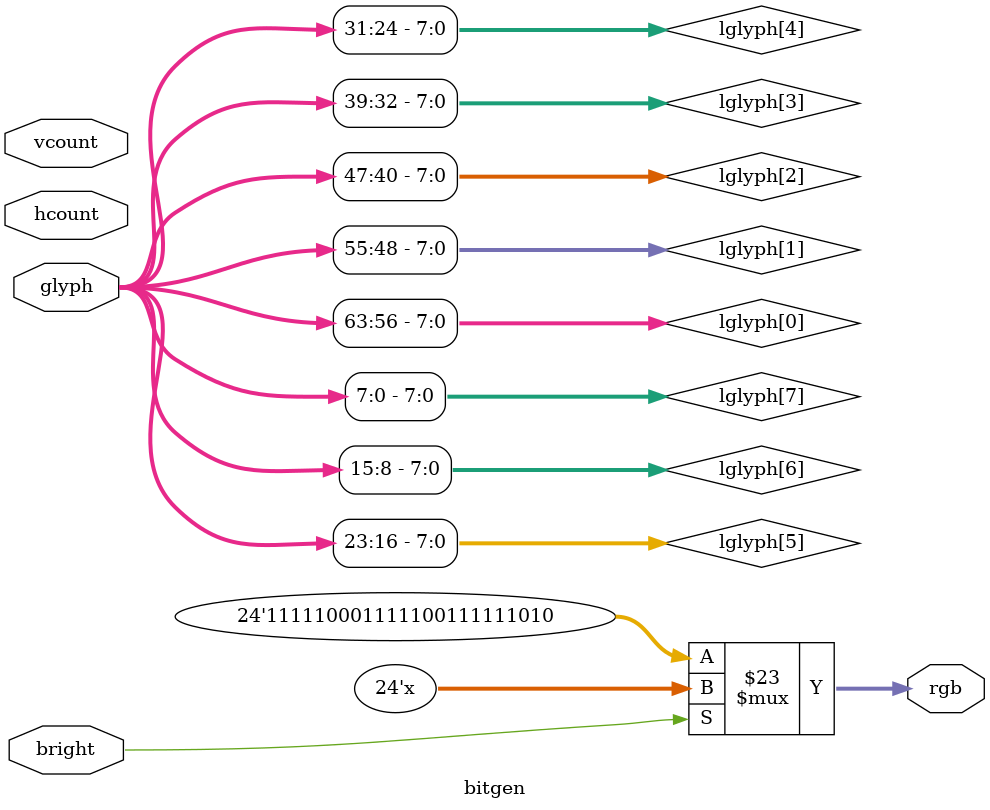
<source format=v>
module bitgen(bright, hcount, vcount, glyph, rgb);
	input  			   bright;
	input  	  [9:0]  hcount, vcount;
	input  	  [63:0] glyph;
	output reg [23:0] rgb;
	
	reg [23:0] rgbout;
	reg [9:0]  xoffset, yoffset;
	
	// split glyph so it's 2D for easy parsing
	wire [7:0] lglyph [7:0];
	assign lglyph[0] = glyph[63:56];
	assign lglyph[1] = glyph[55:48];
	assign lglyph[2] = glyph[47:40];
	assign lglyph[3] = glyph[39:32];
	assign lglyph[4] = glyph[31:24];
	assign lglyph[5] = glyph[23:16];
	assign lglyph[6] = glyph[15:8];
	assign lglyph[7] = glyph[7:0];
	
	// colors
	parameter rgb_bg = 24'hf8f9fa;
	parameter rgb_text = 24'h343a40;
	
	// display area
	parameter x_start = 10'd300;
	parameter y_start = 10'd400;
	parameter x_size  = 10'd16; // exact match to size of glyph projection width
	parameter y_size  = 10'd16; // exact match to size of glyph projection height
	parameter t_size  = 2;  	 // i.e. doubling size
	
	always @(*) begin
		rgbout <= rgb_bg;
		
		// normal size
		if (hcount >= y_start && hcount < (y_start + y_size)) begin
			if (vcount >= x_start && vcount < (x_start + x_size)) begin
				if (lglyph[vcount-x_start][hcount-y_start] == 1'b1)
					rgbout <= rgb_text;
			end
		end
		
//		// double size
//		if (hcount >= y_start && hcount < (y_start + y_size)) begin
//			if (vcount >= x_start && vcount < (x_start + x_size)) begin
//				if (lglyph[vcount-x_start][hcount-y_start] == 1'b1) begin
//					rgbout <= rgb_text;
//				end
//			end
//		end
		
		if (bright == 1)
			rgb <= rgbout;
		else
			rgb <= rgb_bg;
	end
	
endmodule

</source>
